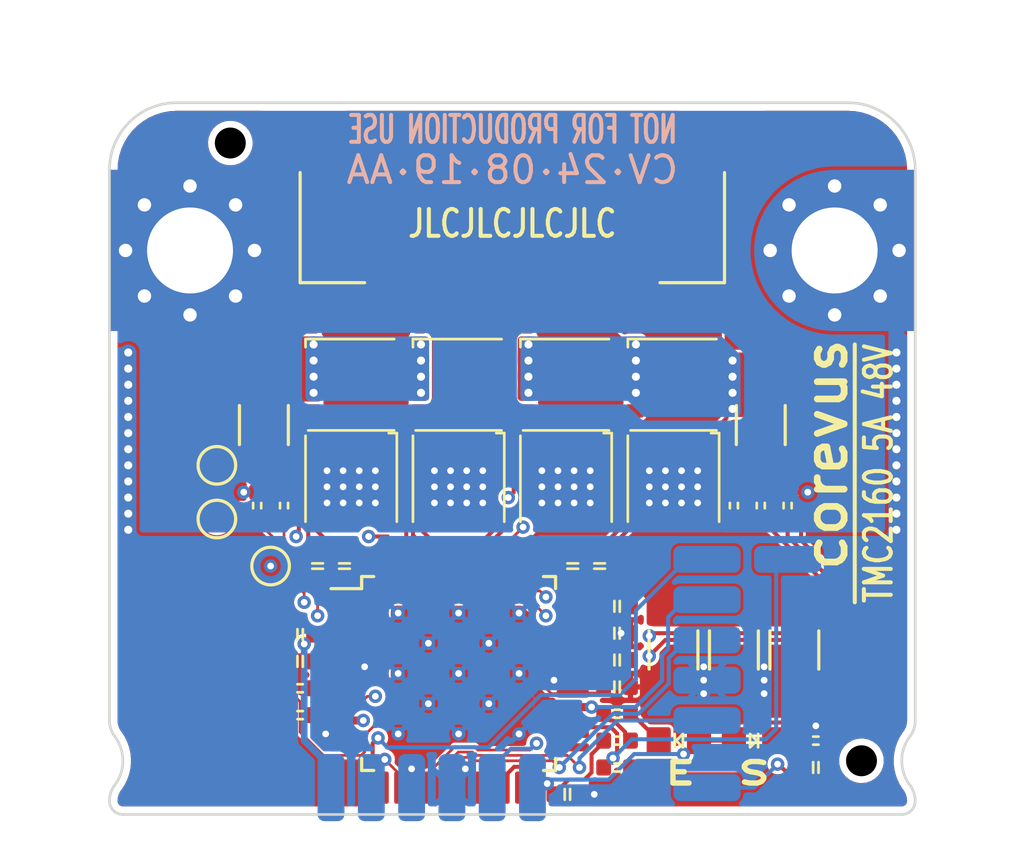
<source format=kicad_pcb>
(kicad_pcb (version 20221018) (generator pcbnew)
  (layers (0 "F.Cu" signal) (1 "In1.Cu" power) (2 "In2.Cu" power) (31 "B.Cu" signal) (34 "B.Paste" user) (35 "F.Paste" user) (36 "B.SilkS" user "B.Silkscreen") (37 "F.SilkS" user "F.Silkscreen") (38 "B.Mask" user) (39 "F.Mask" user) (44 "Edge.Cuts" user))
  (net 0 "")
  (net 1 "Net-(U1-VCP)")
  (net 2 "Net-(U1-CPO)")
  (net 3 "Net-(U1-CPI)")
  (net 4 "GND")
  (net 5 "/Clk")
  (net 6 "/Step")
  (net 7 "/Dir")
  (net 8 "Net-(U1-5VOUT)")
  (net 9 "+12V")
  (net 10 "/Diag0")
  (net 11 "/Diag1")
  (net 12 "/~{En}")
  (net 13 "+48V")
  (net 14 "Net-(U1-CB1)")
  (net 15 "Net-(U1-CB2)")
  (net 16 "/~{CS}")
  (net 17 "/SCK")
  (net 18 "/SDI")
  (net 19 "/SDO")
  (net 20 "VCC")
  (net 21 "Net-(U1-CA1)")
  (net 22 "Net-(D1-K)")
  (net 23 "Net-(U1-CA2)")
  (net 27 "/B1")
  (net 28 "/B2")
  (net 29 "/A1")
  (net 30 "/A2")
  (net 31 "/HB1")
  (net 32 "Net-(Q2-S-Pad1)")
  (net 33 "/LB1")
  (net 34 "/HB2")
  (net 35 "/LB2")
  (net 36 "/HA1")
  (net 37 "Net-(Q6-S-Pad1)")
  (net 38 "/LA1")
  (net 39 "/HA2")
  (net 40 "/LA2")
  (net 41 "/SRBH")
  (net 42 "/SRBL")
  (net 43 "/SRAH")
  (net 44 "/SRAL")
  (net 45 "Net-(D2-K)")
  (net 46 "/THERM")
  (net 47 "Net-(U1-VCC)")
  (footprint "AlphaLib:0402C" (layer "F.Cu") (at 138.9 74.25)
    (fp_text reference "C7" hide)
    (fp_text value "100nF 100V")
  )
  (footprint "corevus:ToolingHole" (layer "F.Cu") (at 148 79)
    (fp_text reference "H3" hide)
    (fp_text value "MountingHole")
  )
  (footprint "Capacitor_SMD:C_1206_3216Metric" (layer "F.Cu") (at 145.5 74.875 -90)
    (fp_text reference "C15" hide)
    (fp_text value "1μF 100V")
  )
  (footprint "corevus:MOSFET_DFN8" (layer "F.Cu") (at 141 65 -90)
    (fp_text reference "Q8" hide)
    (fp_text value "30N06")
  )
  (footprint "corevus:MOSFET_DFN8" (layer "F.Cu") (at 133 65 -90)
    (fp_text reference "Q4" hide)
    (fp_text value "30N06")
  )
  (footprint "corevus:XKB_X3025WRS-04D" (layer "F.Cu") (at 135 55.8)
    (fp_text reference "M1" hide)
    (fp_text value "Micro-Fit 3.0")
  )
  (footprint "corevus:MountingHole_M3_Driver" (layer "F.Cu") (at 147 60 -90)
    (fp_text reference "H2" hide)
    (fp_text value "Gnd")
  )
  (footprint "AlphaLib:0603LED" (layer "F.Cu") (at 141.2 78.25)
    (fp_text reference "D1" hide)
    (fp_text value "G")
  )
  (footprint "AlphaLib:0402R" (layer "F.Cu") (at 145.25 69.5 -90)
    (fp_text reference "R12" hide)
    (fp_text value "47Ω")
  )
  (footprint "AlphaLib:0402C" (layer "F.Cu") (at 138.9 76.25 180)
    (fp_text reference "C5" hide)
    (fp_text value "1µF")
  )
  (footprint "AlphaLib:0402R" (layer "F.Cu") (at 126.5 69.5 -90)
    (fp_text reference "R8" hide)
    (fp_text value "47Ω")
  )
  (footprint "AlphaLib:0402C" (layer "F.Cu") (at 127.75 71.75 90)
    (fp_text reference "C8" hide)
    (fp_text value "1μF")
  )
  (footprint "corevus:MOSFET_DFN8" (layer "F.Cu") (at 137 68.5 180)
    (fp_text reference "Q5" hide)
    (fp_text value "30N06")
  )
  (footprint "TestPoint:TestPoint_Pad_D1.0mm" (layer "F.Cu") (at 126 71.75)
    (fp_text reference "TP3" hide)
    (fp_text value "TestPoint")
  )
  (footprint "corevus:MOSFET_DFN8" (layer "F.Cu") (at 129 68.5 180)
    (fp_text reference "Q1" hide)
    (fp_text value "30N06")
  )
  (footprint "Capacitor_SMD:C_1206_3216Metric" (layer "F.Cu") (at 143.25 74.875 -90)
    (fp_text reference "C14" hide)
    (fp_text value "1μF 100V")
  )
  (footprint "AlphaLib:0402R" (layer "F.Cu") (at 125.5 69.5 -90)
    (fp_text reference "R9" hide)
    (fp_text value "47Ω")
  )
  (footprint "AlphaLib:0402C" (layer "F.Cu") (at 138.9 75.25)
    (fp_text reference "C2" hide)
    (fp_text value "22nF 100V")
  )
  (footprint "AlphaLib:0402R" (layer "F.Cu") (at 127.1 76.3 180)
    (fp_text reference "R4" hide)
    (fp_text value "2.2Ω")
  )
  (footprint "AlphaLib:0402R" (layer "F.Cu") (at 143.25 69.5 90)
    (fp_text reference "TH1" hide)
    (fp_text value "10kΩ 3950K")
  )
  (footprint "AlphaLib:0402C" (layer "F.Cu") (at 127.1 74.3 180)
    (fp_text reference "C6" hide)
    (fp_text value "1μF")
  )
  (footprint "AlphaLib:0402R" (layer "F.Cu") (at 127.1 77.3 180)
    (fp_text reference "R3" hide)
    (fp_text value "10kΩ")
  )
  (footprint "AlphaLib:0402C" (layer "F.Cu") (at 127.1 75.3)
    (fp_text reference "C4" hide)
    (fp_text value "1μF")
  )
  (footprint "corevus:MountingHole_M3_Driver" (layer "F.Cu") (at 123 60 90)
    (fp_text reference "H1" hide)
    (fp_text value "VM")
  )
  (footprint "AlphaLib:0402C" (layer "F.Cu") (at 138.25 71.75 90)
    (fp_text reference "C11" hide)
    (fp_text value "1μF")
  )
  (footprint "corevus:MOSFET_DFN8" (layer "F.Cu") (at 129 65 -90)
    (fp_text reference "Q2" hide)
    (fp_text value "30N06")
  )
  (footprint "AlphaLib:0603LED" (layer "F.Cu") (at 144 78.25 180)
    (fp_text reference "D2" hide)
    (fp_text value "Y")
  )
  (footprint "AlphaLib:0402R" (layer "F.Cu") (at 138.9 79.25 180)
    (fp_text reference "R16" hide)
    (fp_text value "4.7kΩ")
  )
  (footprint "corevus:TMCx160" (layer "F.Cu") (at 133 75.75)
    (fp_text reference "U1" hide)
    (fp_text value "TMC2160")
  )
  (footprint "AlphaLib:0402R" (layer "F.Cu") (at 146.3 78.25 180)
    (fp_text reference "R20" hide)
    (fp_text value "4.7kΩ")
  )
  (footprint "TestPoint:TestPoint_Pad_D1.0mm" (layer "F.Cu") (at 124 70)
    (fp_text reference "TP4" hide)
    (fp_text value "TestPoint")
  )
  (footprint "corevus:ToolingHole" (layer "F.Cu") (at 124.5 56)
    (fp_text reference "H4" hide)
    (fp_text value "MountingHole")
  )
  (footprint "AlphaLib:0402C" (layer "F.Cu") (at 128.75 71.75 90)
    (fp_text reference "C9" hide)
    (fp_text value "1μF")
  )
  (footprint "corevus:MOSFET_DFN8" (layer "F.Cu") (at 133 68.5 180)
    (fp_text reference "Q3" hide)
    (fp_text value "30N06")
  )
  (footprint "AlphaLib:0402R" (layer "F.Cu") (at 144.25 69.5 -90)
    (fp_text reference "R11" hide)
    (fp_text value "47Ω")
  )
  (footprint "corevus:MOSFET_DFN8" (layer "F.Cu") (at 141 68.5 180)
    (fp_text reference "Q7" hide)
    (fp_text value "30N06")
  )
  (footprint "AlphaLib:0402C" (layer "F.Cu") (at 146.3 79.25 180)
    (fp_text reference "C13" hide)
    (fp_text value "1μF")
  )
  (footprint "Capacitor_SMD:C_1206_3216Metric" (layer "F.Cu") (at 141 74.875 -90)
    (fp_text reference "C12" hide)
    (fp_text value "1μF 100V")
  )
  (footprint "Resistor_SMD:R_1206_3216Metric" (layer "F.Cu") (at 144.25 66.5 -90)
    (fp_text reference "R13" hide)
    (fp_text value "30mΩ")
  )
  (footprint "corevus:MOSFET_DFN8" (layer "F.Cu") (at 137 65 -90)
    (fp_text reference "Q6" hide)
    (fp_text value "30N06")
  )
  (footprint "AlphaLib:0402C" (layer "F.Cu") (at 137.05 80.25 180)
    (fp_text reference "C3" hide)
    (fp_text value "1µF")
  )
  (footprint "AlphaLib:0402R" (layer "F.Cu") (at 138.9 77.25 180)
    (fp_text reference "R1" hide)
    (fp_text value "4.7kΩ")
  )
  (footprint "AlphaLib:0402C" (layer "F.Cu") (at 137.25 71.75 90)
    (fp_text reference "C10" hide)
    (fp_text value "1μF")
  )
  (footprint "AlphaLib:0402R" (layer "F.Cu") (at 138.9 78.25)
    (fp_text reference "R2" hide)
    (fp_text value "10kΩ")
  )
  (footprint "Resistor_SMD:R_1206_3216Metric" (layer "F.Cu") (at 125.75 66.5 -90)
    (fp_text reference "R10" hide)
    (fp_text value "30mΩ")
  )
  (footprint "AlphaLib:0402C" (layer "F.Cu") (at 138.9 73.25)
    (fp_text reference "C1" hide)
    (fp_text value "100nF 16V")
  )
  (footprint "TestPoint:TestPoint_Pad_D1.0mm" (layer "F.Cu") (at 124 68)
    (fp_text reference "TP2" hide)
    (fp_text value "TestPoint")
  )
  (footprint "corevus:LGA_Land_2.5mm" (layer "B.Cu") (at 145.25 71.5 -90)
    (fp_text reference "T17" hide)
    (fp_text value "DIAG")
  )
  (footprint "corevus:LGA_Land_2.5mm" (layer "B.Cu") (at 135.75 80)
    (fp_text reference "T8" hide)
    (fp_text value "VCC")
  )
  (footprint "corevus:LGA_Land_2.5mm" (layer "B.Cu") (at 142.25 71.5 90)
    (fp_text reference "T10" hide)
    (fp_text value "CS0")
  )
  (footprint "corevus:LGA_Land_2.5mm" (layer "B.Cu") (at 134.25 80)
    (fp_text reference "T7" hide)
    (fp_text value "SDO")
  )
  (footprint "corevus:LGA_Land_2.5mm" (layer "B.Cu") (at 142.25 73 90)
    (fp_text reference "T14" hide)
    (fp_text value "EN")
  )
  (footprint "corevus:LGA_Land_2.5mm" (layer "B.Cu") (at 131.25 80)
    (fp_text reference "T6" hide)
    (fp_text value "SDI")
  )
  (footprint "corevus:LGA_Land_2.5mm" (layer "B.Cu") (at 142.25 74.5 90)
    (fp_text reference "T13" hide)
    (fp_text value "DIR")
  )
  (footprint "corevus:LGA_Land_2.5mm" (layer "B.Cu") (at 128.25 80)
    (fp_text reference "T3" hide)
    (fp_text value "12V")
  )
  (footprint "corevus:LGA_Land_2.5mm" (layer "B.Cu") (at 142.25 77.5 90)
    (fp_text reference "T11" hide)
    (fp_text value "STEP")
  )
  (footprint "corevus:LGA_Land_2.5mm" (layer "B.Cu") (at 129.75 80)
    (fp_text reference "T4" hide)
    (fp_text value "SCK")
  )
  (footprint "corevus:LGA_Land_2.5mm" (layer "B.Cu") (at 132.75 80)
    (fp_text reference "T5" hide)
    (fp_text value "GND")
  )
  (footprint "corevus:LGA_Land_2.5mm" (layer "B.Cu") (at 142.25 76 90)
    (fp_text reference "T12" hide)
    (fp_text value "GND")
  )
  (footprint "corevus:LGA_Land_2.5mm" (layer "B.Cu") (at 142.25 80 90)
    (fp_text reference "T9" hide)
    (fp_text value "Therm")
  )
  (gr_line (start 147.75 73.1) (end 147.75 63.5) (stroke (width 0.15)) (layer "F.SilkS"))
  (gr_line (start 122.5 54.5) (end 147.5 54.5) (stroke (width 0.1)) (layer "Edge.Cuts"))
  (gr_arc (start 149.5 79) (mid 149.585427 78.499039) (end 149.83205 78.0547) (stroke (width 0.1)) (layer "Edge.Cuts"))
  (gr_arc (start 120 57) (mid 120.732233 55.232233) (end 122.5 54.5) (stroke (width 0.1)) (layer "Edge.Cuts"))
  (gr_line (start 120 77.5) (end 120 57) (stroke (width 0.1)) (layer "Edge.Cuts"))
  (gr_arc (start 120 80.5) (mid 120.042908 80.210216) (end 120.16795 79.9453) (stroke (width 0.1)) (layer "Edge.Cuts"))
  (gr_line (start 149.5 81) (end 120.5 81) (stroke (width 0.1)) (layer "Edge.Cuts"))
  (gr_line (start 150 57) (end 150 77.5) (stroke (width 0.1)) (layer "Edge.Cuts"))
  (gr_arc (start 150 77.5) (mid 149.957092 77.789784) (end 149.83205 78.0547) (stroke (width 0.1)) (layer "Edge.Cuts"))
  (gr_arc (start 120.16795 78.0547) (mid 120.414573 78.499039) (end 120.5 79) (stroke (width 0.1)) (layer "Edge.Cuts"))
  (gr_arc (start 120.16795 78.0547) (mid 120.042908 77.789784) (end 120 77.5) (stroke (width 0.1)) (layer "Edge.Cuts"))
  (gr_arc (start 120.5 81) (mid 120.146447 80.853553) (end 120 80.5) (stroke (width 0.1)) (layer "Edge.Cuts"))
  (gr_arc (start 147.5 54.5) (mid 149.267767 55.232233) (end 150 57) (stroke (width 0.1)) (layer "Edge.Cuts"))
  (gr_arc (start 120.5 79) (mid 120.414573 79.500961) (end 120.16795 79.9453) (stroke (width 0.1)) (layer "Edge.Cuts"))
  (gr_arc (start 149.83205 79.9453) (mid 149.957092 80.210216) (end 150 80.5) (stroke (width 0.1)) (layer "Edge.Cuts"))
  (gr_arc (start 150 80.5) (mid 149.853553 80.853553) (end 149.5 81) (stroke (width 0.1)) (layer "Edge.Cuts"))
  (gr_arc (start 149.83205 79.9453) (mid 149.585427 79.500961) (end 149.5 79) (stroke (width 0.1)) (layer "Edge.Cuts"))
  (gr_text "CV·24·08·19·AA" (at 135 57) (layer "B.SilkS") (effects (font (size 1 1)) (justify mirror)))
  (gr_text "NOT FOR PRODUCTION USE" (at 135 55.5) (layer "B.SilkS") (effects (font (size 1 0.6)) (justify mirror)))
  (gr_text "JLCJLCJLCJLC" (at 135 59) (layer "F.SilkS") (effects (font (size 1 0.75))))
  (gr_text "E" (at 141.25 79) (layer "F.SilkS") (effects (font (size 0.8 1.25) (thickness 0.2) bold) (justify top)))
  (gr_text "S" (at 144 79) (layer "F.SilkS") (effects (font (size 0.8 1.25) (thickness 0.2) bold) (justify top)))
  (gr_text "corevus" (at 147.55 63.15 90) (layer "F.SilkS") (effects (font (size 1.5 1.5) (thickness 0.25) bold) (justify right bottom)))
  (gr_text "TMC2160 5A 48V" (at 148.05 63.4 90) (layer "F.SilkS") (effects (font (size 1 0.75)) (justify right top)))
  (segment (start 138.4 73.305632) (end 138.4 73.25) (width 0.15) (layer "F.Cu") (net 1))
  (segment (start 137.25 74) (end 137.705632 74) (width 0.15) (layer "F.Cu") (net 1))
  (segment (start 137.705632 74) (end 138.4 73.305632) (width 0.15) (layer "F.Cu") (net 1))
  (segment (start 138.15 75.5) (end 138.4 75.25) (width 0.15) (layer "F.Cu") (net 2))
  (segment (start 137.25 75.5) (end 138.15 75.5) (width 0.15) (layer "F.Cu") (net 2))
  (segment (start 137.705632 75) (end 137.25 75) (width 0.15) (layer "F.Cu") (net 3))
  (segment (start 138.9 74.75) (end 137.955632 74.75) (width 0.15) (layer "F.Cu") (net 3))
  (segment (start 139.4 75.25) (end 138.9 74.75) (width 0.15) (layer "F.Cu") (net 3))
  (segment (start 137.955632 74.75) (end 137.705632 75) (width 0.15) (layer "F.Cu") (net 3))
  (segment (start 128.75 78) (end 128.05 78) (width 0.2) (layer "F.Cu") (net 4))
  (segment (start 126 68.2125) (end 126 69.025) (width 0.15) (layer "F.Cu") (net 4))
  (segment (start 137.55 80.25) (end 138.05 80.25) (width 0.15) (layer "F.Cu") (net 4))
  (segment (start 144.75 68.4625) (end 144.75 68.975) (width 0.15) (layer "F.Cu") (net 4))
  (segment (start 143.75 68.4625) (end 143.75 68.95) (width 0.15) (layer "F.Cu") (net 4))
  (segment (start 125.5 69) (end 125 69) (width 0.15) (layer "F.Cu") (net 4))
  (segment (start 137.25 76) (end 136.55 76) (width 0.15) (layer "F.Cu") (net 4))
  (segment (start 137.955632 75.75) (end 137.705632 76) (width 0.15) (layer "F.Cu") (net 4))
  (segment (start 144.25 67.9625) (end 143.75 68.4625) (width 0.15) (layer "F.Cu") (net 4))
  (segment (start 139.4 74.25) (end 139.05 74.25) (width 0.1) (layer "F.Cu") (net 4))
  (segment (start 137.705632 76) (end 137.25 76) (width 0.15) (layer "F.Cu") (net 4))
  (segment (start 125.5 68.2125) (end 125.75 67.9625) (width 0.15) (layer "F.Cu") (net 4))
  (segment (start 128.75 75.5) (end 129.5 75.5) (width 0.1) (layer "F.Cu") (net 4))
  (segment (start 138.4 75.75) (end 137.955632 75.75) (width 0.15) (layer "F.Cu") (net 4))
  (segment (start 139.4 76.25) (end 139.375 76.25) (width 0.15) (layer "F.Cu") (net 4))
  (segment (start 145.25 69) (end 146 69) (width 0.15) (layer "F.Cu") (net 4))
  (segment (start 144.25 67.9625) (end 144.75 68.4625) (width 0.15) (layer "F.Cu") (net 4))
  (segment (start 125.5 69) (end 125.5 68.2125) (width 0.15) (layer "F.Cu") (net 4))
  (segment (start 125.75 67.9625) (end 126 68.2125) (width 0.15) (layer "F.Cu") (net 4))
  (segment (start 133.25 80) (end 133.25 79.3) (width 0.15) (layer "F.Cu") (net 4))
  (via (at 149.3 68) (size 0.6) (drill 0.3) (layers "F.Cu" "B.Cu") (net 4))
  (via (at 139.05 74.25) (size 0.5) (drill 0.25) (layers "F.Cu" "B.Cu") (net 4))
  (via (at 138.05 80.25) (size 0.5) (drill 0.25) (layers "F.Cu" "B.Cu") (net 4))
  (via (at 136.55 76) (size 0.5) (drill 0.25) (layers "F.Cu" "B.Cu") (net 4))
  (via (at 129.5 75.5) (size 0.5) (drill 0.25) (layers "F.Cu" "B.Cu") (net 4))
  (via (at 149.3 63.8) (size 0.6) (drill 0.3) (layers "F.Cu" "B.Cu") (net 4))
  (via (at 120.7 68) (size 0.6) (drill 0.3) (layers "F.Cu" "B.Cu") (net 4))
  (via (at 120.7 63.8) (size 0.6) (drill 0.3) (layers "F.Cu" "B.Cu") (net 4))
  (via (at 120.7 65) (size 0.6) (drill 0.3) (layers "F.Cu" "B.Cu") (net 4))
  (via (at 120.7 66.2) (size 0.6) (drill 0.3) (layers "F.Cu" "B.Cu") (net 4))
  (via (at 149.3 69.2) (size 0.6) (drill 0.3) (layers "F.Cu" "B.Cu") (net 4))
  (via (at 149.3 66.2) (size 0.6) (drill 0.3) (layers "F.Cu" "B.Cu") (net 4))
  (via (at 149.3 65) (size 0.6) (drill 0.3) (layers "F.Cu" "B.Cu") (net 4))
  (via (at 128.05 78) (size 0.5) (drill 0.25) (layers "F.Cu" "B.Cu") (net 4))
  (via (at 144.375 75.5) (size 0.5) (drill 0.25) (layers "F.Cu" "B.Cu") (net 4))
  (via (at 142.125 75.5) (size 0.5) (drill 0.25) (layers "F.Cu" "B.Cu") (net 4))
  (via (at 120.7 64.4) (size 0.6) (drill 0.3) (layers "F.Cu" "B.Cu") (net 4))
  (via (at 133.25 79.3) (size 0.5) (drill 0.25) (layers "F.Cu" "B.Cu") (net 4))
  (via (at 142.125 76.5) (size 0.5) (drill 0.25) (layers "F.Cu" "B.Cu") (net 4))
  (via (at 120.7 65.6) (size 0.6) (drill 0.3) (layers "F.Cu" "B.Cu") (net 4))
  (via (at 120.7 69.2) (size 0.6) (drill 0.3) (layers "F.Cu" "B.Cu") (net 4))
  (via (at 149.3 64.4) (size 0.6) (drill 0.3) (layers "F.Cu" "B.Cu") (net 4))
  (via (at 144.375 76.5) (size 0.5) (drill 0.25) (layers "F.Cu" "B.Cu") (net 4))
  (via (at 125 69) (size 0.5) (drill 0.25) (layers "F.Cu" "B.Cu") (net 4))
  (via (at 149.3 70.4) (size 0.6) (drill 0.3) (layers "F.Cu" "B.Cu") (net 4))
  (via (at 149.3 66.8) (size 0.6) (drill 0.3) (layers "F.Cu" "B.Cu") (net 4))
  (via (at 120.7 66.8) (size 0.6) (drill 0.3) (layers "F.Cu" "B.Cu") (net 4))
  (via (at 120.7 67.4) (size 0.6) (drill 0.3) (layers "F.Cu" "B.Cu") (net 4))
  (via (at 149.3 65.6) (size 0.6) (drill 0.3) (layers "F.Cu" "B.Cu") (net 4))
  (via (at 149.3 67.4) (size 0.6) (drill 0.3) (layers "F.Cu" "B.Cu") (net 4))
  (via (at 149.3 69.8) (size 0.6) (drill 0.3) (layers "F.Cu" "B.Cu") (net 4))
  (via (at 144.375 76) (size 0.5) (drill 0.25) (layers "F.Cu" "B.Cu") (net 4))
  (via (at 120.7 70.4) (size 0.6) (drill 0.3) (layers "F.Cu" "B.Cu") (net 4))
  (via (at 120.7 68.6) (size 0.6) (drill 0.3) (layers "F.Cu" "B.Cu") (net 4))
  (via (at 142.125 76) (size 0.5) (drill 0.25) (layers "F.Cu" "B.Cu") (net 4))
  (via (at 146.3 77.7) (size 0.5) (drill 0.25) (layers "F.Cu" "B.Cu") (net 4))
  (via (at 149.3 68.6) (size 0.6) (drill 0.3) (layers "F.Cu" "B.Cu") (net 4))
  (via (at 120.7 69.8) (size 0.6) (drill 0.3) (layers "F.Cu" "B.Cu") (net 4))
  (via (at 146 69) (size 0.5) (drill 0.25) (layers "F.Cu" "B.Cu") (net 4))
  (segment (start 149.3 63.8) (end 149.3 70.4) (width 0.6) (layer "B.Cu") (net 4))
  (segment (start 149.3 63.8) (end 149.3 62.3) (width 0.6) (layer "B.Cu") (net 4))
  (segment (start 149.3 62.3) (end 148.697056 61.697056) (width 0.6) (layer "B.Cu") (net 4))
  (segment (start 120.7 63.8) (end 120.7 70.4) (width 0.6) (layer "B.Cu") (net 4))
  (segment (start 127.6 77.3) (end 127.6 78.151041) (width 0.1) (layer "F.Cu") (net 5))
  (segment (start 127.6 78.151041) (end 127.948959 78.5) (width 0.1) (layer "F.Cu") (net 5))
  (segment (start 127.948959 78.5) (end 128.75 78.5) (width 0.1) (layer "F.Cu") (net 5))
  (segment (start 132.991116 78.675) (end 132.25 79.416117) (width 0.1) (layer "F.Cu") (net 6))
  (segment (start 137.5 79.25) (end 137.05 78.8) (width 0.1) (layer "F.Cu") (net 6))
  (segment (start 133.633883 78.8) (end 133.508883 78.675) (width 0.1) (layer "F.Cu") (net 6))
  (segment (start 137.05 78.8) (end 133.633883 78.8) (width 0.1) (layer "F.Cu") (net 6))
  (segment (start 133.508883 78.675) (end 132.991116 78.675) (width 0.1) (layer "F.Cu") (net 6))
  (segment (start 132.25 79.416117) (end 132.25 80) (width 0.1) (layer "F.Cu") (net 6))
  (via (at 137.5 79.25) (size 0.5) (drill 0.25) (layers "F.Cu" "B.Cu") (net 6))
  (segment (start 138.903554 77.5) (end 142.25 77.5) (width 0.15) (layer "B.Cu") (net 6))
  (segment (start 137.5 79.25) (end 137.5 78.903554) (width 0.15) (layer "B.Cu") (net 6))
  (segment (start 137.5 78.903554) (end 138.903554 77.5) (width 0.15) (layer "B.Cu") (net 6))
  (segment (start 136.75 79.25) (end 136.5 79) (width 0.1) (layer "F.Cu") (net 7))
  (segment (start 133.426041 78.875) (end 133.073959 78.875) (width 0.1) (layer "F.Cu") (net 7))
  (segment (start 133.073959 78.875) (end 132.75 79.198959) (width 0.1) (layer "F.Cu") (net 7))
  (segment (start 132.75 79.198959) (end 132.75 80) (width 0.1) (layer "F.Cu") (net 7))
  (segment (start 136.5 79) (end 133.551041 79) (width 0.1) (layer "F.Cu") (net 7))
  (segment (start 133.551041 79) (end 133.426041 78.875) (width 0.1) (layer "F.Cu") (net 7))
  (via (at 136.75 79.25) (size 0.5) (drill 0.25) (layers "F.Cu" "B.Cu") (net 7))
  (segment (start 139.7 77.25) (end 140.825 76.125) (width 0.15) (layer "B.Cu") (net 7))
  (segment (start 141.5 74.5) (end 142.25 74.5) (width 0.15) (layer "B.Cu") (net 7))
  (segment (start 136.75 79.25) (end 138.75 77.25) (width 0.15) (layer "B.Cu") (net 7))
  (segment (start 140.825 75.175) (end 141.5 74.5) (width 0.15) (layer "B.Cu") (net 7))
  (segment (start 140.825 76.125) (end 140.825 75.175) (width 0.15) (layer "B.Cu") (net 7))
  (segment (start 138.75 77.25) (end 139.7 77.25) (width 0.15) (layer "B.Cu") (net 7))
  (segment (start 127.6 76.3) (end 127.6 75.3) (width 0.1) (layer "F.Cu") (net 8))
  (segment (start 128.75 75) (end 127.9 75) (width 0.1) (layer "F.Cu") (net 8))
  (segment (start 127.9 75) (end 127.6 75.3) (width 0.1) (layer "F.Cu") (net 8))
  (segment (start 127.8 74.5) (end 127.6 74.3) (width 0.2) (layer "F.Cu") (net 9))
  (segment (start 128.75 74.5) (end 127.8 74.5) (width 0.2) (layer "F.Cu") (net 9))
  (segment (start 127.6 74.3) (end 127.25 74.65) (width 0.2) (layer "F.Cu") (net 9))
  (segment (start 128.75 74) (end 128.75 74.5) (width 0.2) (layer "F.Cu") (net 9))
  (via (at 127.25 74.65) (size 0.5) (drill 0.25) (layers "F.Cu" "B.Cu") (net 9))
  (segment (start 127.25 78.25) (end 128.25 79.25) (width 0.25) (layer "B.Cu") (net 9))
  (segment (start 127.25 74.65) (end 127.25 78.25) (width 0.25) (layer "B.Cu") (net 9))
  (segment (start 128.25 79.25) (end 128.25 80) (width 0.25) (layer "B.Cu") (net 9))
  (segment (start 137.955632 77.75) (end 137.705632 77.5) (width 0.15) (layer "F.Cu") (net 11))
  (segment (start 138.75 78.9) (end 138.9 78.75) (width 0.15) (layer "F.Cu") (net 11))
  (segment (start 138.9 78.75) (end 138.9 77.98332) (width 0.15) (layer "F.Cu") (net 11))
  (segment (start 138.9 77.98332) (end 138.66668 77.75) (width 0.15) (layer "F.Cu") (net 11))
  (segment (start 138.4 79.25) (end 138.75 78.9) (width 0.15) (layer "F.Cu") (net 11))
  (segment (start 137.705632 77.5) (end 137.25 77.5) (width 0.15) (layer "F.Cu") (net 11))
  (segment (start 138.66668 77.75) (end 137.955632 77.75) (width 0.15) (layer "F.Cu") (net 11))
  (via (at 138.75 78.9) (size 0.5) (drill 0.25) (layers "F.Cu" "B.Cu") (net 11))
  (segment (start 139.45 78.2) (end 144.436397 78.2) (width 0.15) (layer "B.Cu") (net 11))
  (segment (start 144.436397 78.2) (end 144.825 77.811397) (width 0.15) (layer "B.Cu") (net 11))
  (segment (start 144.825 71.925) (end 145.25 71.5) (width 0.15) (layer "B.Cu") (net 11))
  (segment (start 138.75 78.9) (end 139.45 78.2) (width 0.15) (layer "B.Cu") (net 11))
  (segment (start 144.825 77.811397) (end 144.825 71.925) (width 0.15) (layer "B.Cu") (net 11))
  (segment (start 139.4 78.25) (end 139.2 78.05) (width 0.15) (layer "F.Cu") (net 12))
  (segment (start 138.65 77.5) (end 138.4 77.25) (width 0.15) (layer "F.Cu") (net 12))
  (segment (start 138.15 77) (end 138.4 77.25) (width 0.15) (layer "F.Cu") (net 12))
  (segment (start 137.95 77) (end 138.15 77) (width 0.15) (layer "F.Cu") (net 12))
  (segment (start 139.2 77.929766) (end 138.770234 77.5) (width 0.15) (layer "F.Cu") (net 12))
  (segment (start 137.95 77) (end 137.25 77) (width 0.15) (layer "F.Cu") (net 12))
  (segment (start 139.2 78.05) (end 139.2 77.929766) (width 0.15) (layer "F.Cu") (net 12))
  (segment (start 138.770234 77.5) (end 138.65 77.5) (width 0.15) (layer "F.Cu") (net 12))
  (via (at 137.95 77) (size 0.5) (drill 0.25) (layers "F.Cu" "B.Cu") (net 12))
  (segment (start 137.95 77) (end 139.586397 77) (width 0.15) (layer "B.Cu") (net 12))
  (segment (start 140.575 76.011397) (end 140.575 75.071446) (width 0.15) (layer "B.Cu") (net 12))
  (segment (start 140.8 73.65) (end 141.45 73) (width 0.15) (layer "B.Cu") (net 12))
  (segment (start 139.586397 77) (end 140.575 76.011397) (width 0.15) (layer "B.Cu") (net 12))
  (segment (start 140.575 75.071446) (end 140.8 74.846446) (width 0.15) (layer "B.Cu") (net 12))
  (segment (start 140.8 74.846446) (end 140.8 73.65) (width 0.15) (layer "B.Cu") (net 12))
  (segment (start 141.45 73) (end 142.25 73) (width 0.15) (layer "B.Cu") (net 12))
  (segment (start 138.15 74.5) (end 138.4 74.25) (width 0.15) (layer "F.Cu") (net 13))
  (segment (start 139.4 73.25) (end 138.4 74.25) (width 0.15) (layer "F.Cu") (net 13))
  (segment (start 137.25 74.5) (end 138.15 74.5) (width 0.15) (layer "F.Cu") (net 13))
  (via (at 140.1 68.8) (size 0.5) (drill 0.25) (layers "F.Cu" "B.Cu") (net 13))
  (via (at 133.9 68.2) (size 0.5) (drill 0.25) (layers "F.Cu" "B.Cu") (net 13))
  (via (at 129.3 69.4) (size 0.5) (drill 0.25) (layers "F.Cu" "B.Cu") (net 13))
  (via (at 137.9 68.8) (size 0.5) (drill 0.25) (layers "F.Cu" "B.Cu") (net 13))
  (via (at 129.3 68.2) (size 0.5) (drill 0.25) (layers "F.Cu" "B.Cu") (net 13))
  (via (at 137.9 69.4) (size 0.5) (drill 0.25) (layers "F.Cu" "B.Cu") (net 13))
  (via (at 132.1 69.4) (size 0.5) (drill 0.25) (layers "F.Cu" "B.Cu") (net 13))
  (via (at 128.7 68.8) (size 0.5) (drill 0.25) (layers "F.Cu" "B.Cu") (net 13))
  (via (at 128.1 68.8) (size 0.5) (drill 0.25) (layers "F.Cu" "B.Cu") (net 13))
  (via (at 128.7 68.2) (size 0.5) (drill 0.25) (layers "F.Cu" "B.Cu") (net 13))
  (via (at 137.9 68.2) (size 0.5) (drill 0.25) (layers "F.Cu" "B.Cu") (net 13))
  (via (at 137.3 68.8) (size 0.5) (drill 0.25) (layers "F.Cu" "B.Cu") (net 13))
  (via (at 136.7 68.2) (size 0.5) (drill 0.25) (layers "F.Cu" "B.Cu") (net 13))
  (via (at 141.3 68.8) (size 0.5) (drill 0.25) (layers "F.Cu" "B.Cu") (net 13))
  (via (at 129.3 68.8) (size 0.5) (drill 0.25) (layers "F.Cu" "B.Cu") (net 13))
  (via (at 136.1 68.2) (size 0.5) (drill 0.25) (layers "F.Cu" "B.Cu") (net 13))
  (via (at 133.3 68.8) (size 0.5) (drill 0.25) (layers "F.Cu" "B.Cu") (net 13))
  (via (at 129.9 69.4) (size 0.5) (drill 0.25) (layers "F.Cu" "B.Cu") (net 13))
  (via (at 129.9 68.2) (size 0.5) (drill 0.25) (layers "F.Cu" "B.Cu") (net 13))
  (via (at 128.7 69.4) (size 0.5) (drill 0.25) (layers "F.Cu" "B.Cu") (net 13))
  (via (at 137.3 68.2) (size 0.5) (drill 0.25) (layers "F.Cu" "B.Cu") (net 13))
  (via (at 141.3 68.2) (size 0.5) (drill 0.25) (layers "F.Cu" "B.Cu") (net 13))
  (via (at 133.3 69.4) (size 0.5) (drill 0.25) (layers "F.Cu" "B.Cu") (net 13))
  (via (at 141.9 68.2) (size 0.5) (drill 0.25) (layers "F.Cu" "B.Cu") (net 13))
  (via (at 136.1 68.8) (size 0.5) (drill 0.25) (layers "F.Cu" "B.Cu") (net 13))
  (via (at 132.7 69.4) (size 0.5) (drill 0.25) (layers "F.Cu" "B.Cu") (net 13))
  (via (at 132.7 68.2) (size 0.5) (drill 0.25) (layers "F.Cu" "B.Cu") (net 13))
  (via (at 140.7 69.4) (size 0.5) (drill 0.25) (layers "F.Cu" "B.Cu") (net 13))
  (via (at 129.9 68.8) (size 0.5) (drill 0.25) (layers "F.Cu" "B.Cu") (net 13))
  (via (at 136.1 69.4) (size 0.5) (drill 0.25) (layers "F.Cu" "B.Cu") (net 13))
  (via (at 133.9 69.4) (size 0.5) (drill 0.25) (layers "F.Cu" "B.Cu") (net 13))
  (via (at 128.1 69.4) (size 0.5) (drill 0.25) (layers "F.Cu" "B.Cu") (net 13))
  (via (at 140.1 68.2) (size 0.5) (drill 0.25) (layers "F.Cu" "B.Cu") (net 13))
  (via (at 137.3 69.4) (size 0.5) (drill 0.25) (layers "F.Cu" "B.Cu") (net 13))
  (via (at 140.1 69.4) (size 0.5) (drill 0.25) (layers "F.Cu" "B.Cu") (net 13))
  (via (at 132.7 68.8) (size 0.5) (drill 0.25) (layers "F.Cu" "B.Cu") (net 13))
  (via (at 132.1 68.8) (size 0.5) (drill 0.25) (layers "F.Cu" "B.Cu") (net 13))
  (via (at 141.9 68.8) (size 0.5) (drill 0.25) (layers "F.Cu" "B.Cu") (net 13))
  (via (at 133.3 68.2) (size 0.5) (drill 0.25) (layers "F.Cu" "B.Cu") (net 13))
  (via (at 132.1 68.2) (size 0.5) (drill 0.25) (layers "F.Cu" "B.Cu") (net 13))
  (via (at 136.7 69.4) (size 0.5) (drill 0.25) (layers "F.Cu" "B.Cu") (net 13))
  (via (at 140.7 68.8) (size 0.5) (drill 0.25) (layers "F.Cu" "B.Cu") (net 13))
  (via (at 140.7 68.2) (size 0.5) (drill 0.25) (layers "F.Cu" "B.Cu") (net 13))
  (via (at 141.9 69.4) (size 0.5) (drill 0.25) (layers "F.Cu" "B.Cu") (net 13))
  (via (at 141.3 69.4) (size 0.5) (drill 0.25) (layers "F.Cu" "B.Cu") (net 13))
  (via (at 136.7 68.8) (size 0.5) (drill 0.25) (layers "F.Cu" "B.Cu") (net 13))
  (via (at 128.1 68.2) (size 0.5) (drill 0.25) (layers "F.Cu" "B.Cu") (net 13))
  (via (at 133.9 68.8) (size 0.5) (drill 0.25) (layers "F.Cu" "B.Cu") (net 13))
  (segment (start 127.975 73.178554) (end 127.975 72.475) (width 0.15) (layer "F.Cu") (net 14))
  (segment (start 128.75 73.5) (end 128.296446 73.5) (width 0.15) (layer "F.Cu") (net 14))
  (segment (start 127.975 72.475) (end 127.75 72.25) (width 0.15) (layer "F.Cu") (net 14))
  (segment (start 128.296446 73.5) (end 127.975 73.178554) (width 0.15) (layer "F.Cu") (net 14))
  (segment (start 132.75 71.95) (end 132.25 72.45) (width 0.1) (layer "F.Cu") (net 15))
  (segment (start 132.75 71.5) (end 132.75 71.95) (width 0.1) (layer "F.Cu") (net 15))
  (segment (start 128.95 72.45) (end 128.75 72.25) (width 0.1) (layer "F.Cu") (net 15))
  (segment (start 132.25 72.45) (end 128.95 72.45) (width 0.1) (layer "F.Cu") (net 15))
  (segment (start 129.8 78.35) (end 129.8 79.136397) (width 0.15) (layer "F.Cu") (net 16))
  (segment (start 130 78.15) (end 129.8 78.35) (width 0.15) (layer "F.Cu") (net 16))
  (segment (start 129.8 79.136397) (end 130.163603 79.5) (width 0.15) (layer "F.Cu") (net 16))
  (segment (start 130.163603 79.5) (end 130.25 79.5) (width 0.15) (layer "F.Cu") (net 16))
  (via (at 130 78.15) (size 0.5) (drill 0.25) (layers "F.Cu" "B.Cu") (net 16))
  (segment (start 139.6 75.95) (end 139.6 73.4) (width 0.15) (layer "B.Cu") (net 16))
  (segment (start 136.063604 76.55) (end 139 76.55) (width 0.15) (layer "B.Cu") (net 16))
  (segment (start 139.6 73.4) (end 141.5 71.5) (width 0.15) (layer "B.Cu") (net 16))
  (segment (start 139 76.55) (end 139.6 75.95) (width 0.15) (layer "B.Cu") (net 16))
  (segment (start 141.5 71.5) (end 142.25 71.5) (width 0.15) (layer "B.Cu") (net 16))
  (segment (start 130 78.15) (end 130.35 78.5) (width 0.15) (layer "B.Cu") (net 16))
  (segment (start 130.35 78.5) (end 134.113604 78.5) (width 0.15) (layer "B.Cu") (net 16))
  (segment (start 134.113604 78.5) (end 136.063604 76.55) (width 0.15) (layer "B.Cu") (net 16))
  (segment (start 130.25 78.95) (end 130.75 79.45) (width 0.1) (layer "F.Cu") (net 17))
  (segment (start 130.75 79.45) (end 130.75 80) (width 0.1) (layer "F.Cu") (net 17))
  (via (at 130.25 78.95) (size 0.5) (drill 0.25) (layers "F.Cu" "B.Cu") (net 17))
  (segment (start 131.25 80) (end 131.25 79.3) (width 0.15) (layer "F.Cu") (net 18))
  (via (at 131.25 79.3) (size 0.5) (drill 0.25) (layers "F.Cu" "B.Cu") (net 18))
  (segment (start 132.854722 78.475) (end 131.75 79.579722) (width 0.1) (layer "F.Cu") (net 19))
  (segment (start 135.9 78.35) (end 135.65 78.6) (width 0.1) (layer "F.Cu") (net 19))
  (segment (start 133.716725 78.6) (end 133.591725 78.475) (width 0.1) (layer "F.Cu") (net 19))
  (segment (start 131.75 79.579722) (end 131.75 80) (width 0.1) (layer "F.Cu") (net 19))
  (segment (start 135.65 78.6) (end 133.716725 78.6) (width 0.1) (layer "F.Cu") (net 19))
  (segment (start 133.591725 78.475) (end 132.854722 78.475) (width 0.1) (layer "F.Cu") (net 19))
  (via (at 135.9 78.35) (size 0.5) (drill 0.25) (layers "F.Cu" "B.Cu") (net 19))
  (segment (start 134.95 78.55) (end 134.25 79.25) (width 0.15) (layer "B.Cu") (net 19))
  (segment (start 135.7 78.55) (end 134.95 78.55) (width 0.15) (layer "B.Cu") (net 19))
  (segment (start 134.25 79.25) (end 134.25 80) (width 0.15) (layer "B.Cu") (net 19))
  (segment (start 135.9 78.35) (end 135.7 78.55) (width 0.15) (layer "B.Cu") (net 19))
  (segment (start 143.25 78.25) (end 143.925 77.575) (width 0.15) (layer "F.Cu") (net 20))
  (segment (start 134.75 80) (end 134.25 80) (width 0.1) (layer "F.Cu") (net 20))
  (segment (start 137.95 78.755632) (end 137.95 79.436397) (width 0.15) (layer "F.Cu") (net 20))
  (segment (start 141.875 78.25) (end 141.375 78.75) (width 0.15) (layer "F.Cu") (net 20))
  (segment (start 134.25 80) (end 133.75 80) (width 0.1) (layer "F.Cu") (net 20))
  (segment (start 135.930632 79.225) (end 135.069368 79.225) (width 0.15) (layer "F.Cu") (net 20))
  (segment (start 143.25 78.25) (end 141.95 78.25) (width 0.15) (layer "F.Cu") (net 20))
  (segment (start 137.1 79.7) (end 136.55 80.25) (width 0.15) (layer "F.Cu") (net 20))
  (segment (start 145.21668 77.575) (end 145.8 78.15832) (width 0.15) (layer "F.Cu") (net 20))
  (segment (start 137.95 79.436397) (end 137.686397 79.7) (width 0.15) (layer "F.Cu") (net 20))
  (segment (start 136.3 79.85) (end 136.55 80.1) (width 0.15) (layer "F.Cu") (net 20))
  (segment (start 136.075 79.369368) (end 135.930632 79.225) (width 0.15) (layer "F.Cu") (net 20))
  (segment (start 136.075 79.625) (end 136.075 79.369368) (width 0.15) (layer "F.Cu") (net 20))
  (segment (start 141.95 78.25) (end 141.875 78.25) (width 0.15) (layer "F.Cu") (net 20))
  (segment (start 138.4 78.25) (end 138.4 78.305632) (width 0.15) (layer "F.Cu") (net 20))
  (segment (start 138.4 78.305632) (end 137.95 78.755632) (width 0.15) (layer "F.Cu") (net 20))
  (segment (start 134.75 79.544368) (end 134.75 80) (width 0.15) (layer "F.Cu") (net 20))
  (segment (start 137.686397 79.7) (end 137.1 79.7) (width 0.15) (layer "F.Cu") (net 20))
  (segment (start 143.925 77.575) (end 145.21668 77.575) (width 0.15) (layer "F.Cu") (net 20))
  (segment (start 145.8 78.15832) (end 145.8 78.25) (width 0.15) (layer "F.Cu") (net 20))
  (segment (start 136.55 80.1) (end 136.55 80.25) (width 0.15) (layer "F.Cu") (net 20))
  (segment (start 135.069368 79.225) (end 134.75 79.544368) (width 0.15) (layer "F.Cu") (net 20))
  (segment (start 136.3 79.85) (end 136.075 79.625) (width 0.15) (layer "F.Cu") (net 20))
  (via (at 136.3 79.85) (size 0.5) (drill 0.25) (layers "F.Cu" "B.Cu") (net 20))
  (via (at 141.375 78.75) (size 0.5) (drill 0.25) (layers "F.Cu" "B.Cu") (net 20))
  (segment (start 138.586397 79.7) (end 139.536397 78.75) (width 0.15) (layer "B.Cu") (net 20))
  (segment (start 136.3 79.85) (end 136.45 79.7) (width 0.15) (layer "B.Cu") (net 20))
  (segment (start 135.9 79.85) (end 135.75 80) (width 0.15) (layer "B.Cu") (net 20))
  (segment (start 141.375 78.75) (end 141.3 78.75) (width 0.15) (layer "B.Cu") (net 20))
  (segment (start 139.536397 78.75) (end 141.375 78.75) (width 0.15) (layer "B.Cu") (net 20))
  (segment (start 136.45 79.7) (end 138.586397 79.7) (width 0.15) (layer "B.Cu") (net 20))
  (segment (start 136.3 79.85) (end 135.9 79.85) (width 0.15) (layer "B.Cu") (net 20))
  (segment (start 133.75 72.45) (end 137.05 72.45) (width 0.1) (layer "F.Cu") (net 21))
  (segment (start 137.05 72.45) (end 137.25 72.25) (width 0.1) (layer "F.Cu") (net 21))
  (segment (start 133.25 71.95) (end 133.75 72.45) (width 0.1) (layer "F.Cu") (net 21))
  (segment (start 133.25 71.5) (end 133.25 71.95) (width 0.1) (layer "F.Cu") (net 21))
  (segment (start 140.45 78.25) (end 139.45 77.25) (width 0.15) (layer "F.Cu") (net 22))
  (segment (start 139.45 77.25) (end 139.4 77.25) (width 0.15) (layer "F.Cu") (net 22))
  (segment (start 137.95 72.93332) (end 138.25 72.63332) (width 0.15) (layer "F.Cu") (net 23))
  (segment (start 138.25 72.63332) (end 138.25 72.25) (width 0.15) (layer "F.Cu") (net 23))
  (segment (start 137.95 73.25) (end 137.95 72.93332) (width 0.15) (layer "F.Cu") (net 23))
  (segment (start 137.25 73.5) (end 137.7 73.5) (width 0.15) (layer "F.Cu") (net 23))
  (segment (start 137.7 73.5) (end 137.95 73.25) (width 0.15) (layer "F.Cu") (net 23))
  (segment (start 128.08609 70.8) (end 128.2 70.8) (width 0.15) (layer "F.Cu") (net 27))
  (segment (start 129.06391 70.8) (end 129.36391 71.1) (width 0.15) (layer "F.Cu") (net 27))
  (segment (start 128.2 70.8) (end 129.06391 70.8) (width 0.15) (layer "F.Cu") (net 27))
  (segment (start 128.675 67.05) (end 128.675 67.18891) (width 0.15) (layer "F.Cu") (net 27))
  (segment (start 127.75 71.2) (end 128.15 70.8) (width 0.15) (layer "F.Cu") (net 27))
  (segment (start 127.55 70.26391) (end 128.08609 70.8) (width 0.15) (layer "F.Cu") (net 27))
  (segment (start 127.55 67.864438) (end 127.55 70.26391) (width 0.15) (layer "F.Cu") (net 27))
  (segment (start 127.839438 67.575) (end 127.55 67.864438) (width 0.15) (layer "F.Cu") (net 27))
  (segment (start 128.675 67.18891) (end 128.28891 67.575) (width 0.15) (layer "F.Cu") (net 27))
  (segment (start 128.15 70.8) (end 128.2 70.8) (width 0.15) (layer "F.Cu") (net 27))
  (segment (start 128.28891 67.575) (end 127.839438 67.575) (width 0.15) (layer "F.Cu") (net 27))
  (segment (start 129.36391 71.1) (end 130.25 71.1) (width 0.15) (layer "F.Cu") (net 27))
  (segment (start 127.75 71.25) (end 127.75 71.2) (width 0.15) (layer "F.Cu") (net 27))
  (segment (start 131.428554 70.725) (end 131.75 71.046446) (width 0.15) (layer "F.Cu") (net 28))
  (segment (start 131.76109 66.525) (end 131.6 66.68609) (width 0.15) (layer "F.Cu") (net 28))
  (segment (start 131.6 67.196446) (end 131.3 67.496446) (width 0.15) (layer "F.Cu") (net 28))
  (segment (start 132.25 66.525) (end 131.76109 66.525) (width 0.15) (layer "F.Cu") (net 28))
  (segment (start 131.3 70.6) (end 131.425 70.725) (width 0.15) (layer "F.Cu") (net 28))
  (segment (start 131.75 71.95) (end 131.45 72.25) (width 0.1) (layer "F.Cu") (net 28))
  (segment (start 131.45 72.25) (end 129.75 72.25) (width 0.1) (layer "F.Cu") (net 28))
  (segment (start 131.3 67.496446) (end 131.3 70.6) (width 0.15) (layer "F.Cu") (net 28))
  (segment (start 129.75 72.25) (end 128.75 71.25) (width 0.1) (layer "F.Cu") (net 28))
  (segment (start 131.425 70.725) (end 131.428554 70.725) (width 0.15) (layer "F.Cu") (net 28))
  (segment (start 131.75 71.5) (end 131.75 71.95) (width 0.1) (layer "F.Cu") (net 28))
  (segment (start 131.75 71.046446) (end 131.75 71.5) (width 0.15) (layer "F.Cu") (net 28))
  (segment (start 131.6 66.68609) (end 131.6 67.196446) (width 0.15) (layer "F.Cu") (net 28))
  (segment (start 134.25 71.95) (end 134.55 72.25) (width 0.1) (layer "F.Cu") (net 29))
  (segment (start 134.55 72.25) (end 136.25 72.25) (width 0.1) (layer "F.Cu") (net 29))
  (segment (start 135.55 67.864438) (end 135.55 69.513604) (width 0.15) (layer "F.Cu") (net 29))
  (segment (start 136.28891 67.575) (end 135.839438 67.575) (width 0.15) (layer "F.Cu") (net 29))
  (segment (start 136.675 67.05) (end 136.675 67.18891) (width 0.15) (layer "F.Cu") (net 29))
  (segment (start 136.25 72.25) (end 137.25 71.25) (width 0.1) (layer "F.Cu") (net 29))
  (segment (start 136.675 67.18891) (end 136.28891 67.575) (width 0.15) (layer "F.Cu") (net 29))
  (segment (start 134.95 70.113603) (end 134.95 70.117464) (width 0.15) (layer "F.Cu") (net 29))
  (segment (start 135.839438 67.575) (end 135.55 67.864438) (width 0.15) (layer "F.Cu") (net 29))
  (segment (start 134.25 71.5) (end 134.25 71.95) (width 0.1) (layer "F.Cu") (net 29))
  (segment (start 135.55 69.513604) (end 134.95 70.113603) (width 0.15) (layer "F.Cu") (net 29))
  (segment (start 134.25 70.817464) (end 134.25 71.5) (width 0.15) (layer "F.Cu") (net 29))
  (segment (start 134.95 70.117464) (end 134.25 70.817464) (width 0.15) (layer "F.Cu") (net 29))
  (segment (start 139.6 67.121446) (end 139.6 66.4) (width 0.15) (layer "F.Cu") (net 30))
  (segment (start 136.028554 70.8) (end 137.8 70.8) (width 0.15) (layer "F.Cu") (net 30))
  (segment (start 139.2 67.521446) (end 139.6 67.121446) (width 0.15) (layer "F.Cu") (net 30))
  (segment (start 135.75 71.078554) (end 136.028554 70.8) (width 0.15) (layer "F.Cu") (net 30))
  (segment (start 138.25 71.25) (end 138.475 71.025) (width 0.15) (layer "F.Cu") (net 30))
  (segment (start 138.475 70.888298) (end 139.2 70.163296) (width 0.15) (layer "F.Cu") (net 30))
  (segment (start 137.8 70.8) (end 138.25 71.25) (width 0.15) (layer "F.Cu") (net 30))
  (segment (start 135.75 71.5) (end 135.75 71.078554) (width 0.15) (layer "F.Cu") (net 30))
  (segment (start 139.2 70.163296) (end 139.2 67.521446) (width 0.15) (layer "F.Cu") (net 30))
  (segment (start 138.475 71.025) (end 138.475 70.888298) (width 0.15) (layer "F.Cu") (net 30))
  (segment (start 127.275 71.53891) (end 127.275 70.961397) (width 0.15) (layer "F.Cu") (net 31))
  (segment (start 128.01391 71.75) (end 127.48609 71.75) (width 0.15) (layer "F.Cu") (net 31))
  (segment (start 127.4 70.467464) (end 127.3 70.367463) (width 0.15) (layer "F.Cu") (net 31))
  (segment (start 127.48609 71.75) (end 127.275 71.53891) (width 0.15) (layer "F.Cu") (net 31))
  (segment (start 127.3 70.367463) (end 127.3 67.760885) (width 0.15) (layer "F.Cu") (net 31))
  (segment (start 127.4 70.836397) (end 127.4 70.467464) (width 0.15) (layer "F.Cu") (net 31))
  (segment (start 128.25 73) (end 128.25 71.98609) (width 0.15) (layer "F.Cu") (net 31))
  (segment (start 128.25 71.98609) (end 128.01391 71.75) (width 0.15) (layer "F.Cu") (net 31))
  (segment (start 127.3 67.760885) (end 128.010884 67.05) (width 0.15) (layer "F.Cu") (net 31))
  (segment (start 128.010884 67.05) (end 128.025 67.05) (width 0.15) (layer "F.Cu") (net 31))
  (segment (start 127.275 70.961397) (end 127.4 70.836397) (width 0.15) (layer "F.Cu") (net 31))
  (segment (start 127.05 67.339132) (end 127.05 65.45) (width 0.1) (layer "F.Cu") (net 32))
  (segment (start 126.5 69) (end 126.825 68.675) (width 0.1) (layer "F.Cu") (net 32))
  (segment (start 126.825 68.675) (end 126.825 67.564132) (width 0.1) (layer "F.Cu") (net 32))
  (segment (start 126.825 67.564132) (end 127.05 67.339132) (width 0.1) (layer "F.Cu") (net 32))
  (segment (start 127.05 65.45) (end 127.1 65.4) (width 0.1) (layer "F.Cu") (net 32))
  (via (at 127.6005 64.1) (size 0.6) (drill 0.3) (layers "F.Cu" "B.Cu") (net 32))
  (via (at 127.6 64.7) (size 0.6) (drill 0.3) (layers "F.Cu" "B.Cu") (net 32))
  (via (at 131.6005 64.1) (size 0.6) (drill 0.3) (layers "F.Cu" "B.Cu") (net 32))
  (via (at 131.6 65.3) (size 0.6) (drill 0.3) (layers "F.Cu" "B.Cu") (net 32))
  (via (at 127.6 63.5) (size 0.6) (drill 0.3) (layers "F.Cu" "B.Cu") (net 32))
  (via (at 131.6 63.5) (size 0.6) (drill 0.3) (layers "F.Cu" "B.Cu") (net 32))
  (via (at 131.6 64.7) (size 0.6) (drill 0.3) (layers "F.Cu" "B.Cu") (net 32))
  (via (at 127.6 65.3) (size 0.6) (drill 0.3) (layers "F.Cu" "B.Cu") (net 32))
  (segment (start 127.05 70.55) (end 127.05 67.65733) (width 0.15) (layer "F.Cu") (net 33))
  (segment (start 126.95 70.65) (end 127.05 70.55) (width 0.15) (layer "F.Cu") (net 33))
  (segment (start 129.65 70.65) (end 130.353554 70.65) (width 0.15) (layer "F.Cu") (net 33))
  (segment (start 127.55 67.15733) (end 127.55 65.975) (width 0.15) (layer "F.Cu") (net 33))
  (segment (start 127.05 67.65733) (end 127.55 67.15733) (width 0.15) (layer "F.Cu") (net 33))
  (segment (start 130.353554 70.65) (end 130.75 71.046446) (width 0.15) (layer "F.Cu") (net 33))
  (segment (start 130.75 71.046446) (end 130.75 71.5) (width 0.15) (layer "F.Cu") (net 33))
  (via (at 126 71.75) (size 0.5) (drill 0.25) (layers "F.Cu" "B.Cu") (net 33))
  (via (at 129.65 70.65) (size 0.5) (drill 0.25) (layers "F.Cu" "B.Cu") (net 33))
  (via (at 126.95 70.65) (size 0.5) (drill 0.25) (layers "F.Cu" "B.Cu") (net 33))
  (segment (start 132.25 71.046446) (end 131.55 70.346446) (width 0.15) (layer "F.Cu") (net 34))
  (segment (start 132.25 71.5) (end 132.25 71.046446) (width 0.15) (layer "F.Cu") (net 34))
  (segment (start 131.55 70.346446) (end 131.55 67.6) (width 0.15) (layer "F.Cu") (net 34))
  (segment (start 131.55 67.6) (end 132 67.15) (width 0.15) (layer "F.Cu") (net 34))
  (segment (start 131.25 71.05) (end 131.05 70.85) (width 0.15) (layer "F.Cu") (net 35))
  (segment (start 131.35 67.092892) (end 131.35 66.175) (width 0.15) (layer "F.Cu") (net 35))
  (segment (start 131.35 66.175) (end 131.55 65.975) (width 0.15) (layer "F.Cu") (net 35))
  (segment (start 131.05 70.85) (end 131.05 67.392892) (width 0.15) (layer "F.Cu") (net 35))
  (segment (start 131.05 67.392892) (end 131.35 67.092892) (width 0.15) (layer "F.Cu") (net 35))
  (segment (start 131.25 71.5) (end 131.25 71.05) (width 0.15) (layer "F.Cu") (net 35))
  (segment (start 135.3 67.760884) (end 135.735885 67.325) (width 0.15) (layer "F.Cu") (net 36))
  (segment (start 133.75 70.96391) (end 134.7 70.01391) (width 0.15) (layer "F.Cu") (net 36))
  (segment (start 135.735885 67.325) (end 135.942992 67.325) (width 0.15) (layer "F.Cu") (net 36))
  (segment (start 133.75 71.5) (end 133.75 70.96391) (width 0.15) (layer "F.Cu") (net 36))
  (segment (start 135.3 69.41005) (end 135.3 67.760884) (width 0.15) (layer "F.Cu") (net 36))
  (segment (start 134.7 70.01391) (end 134.7 70.010049) (width 0.15) (layer "F.Cu") (net 36))
  (segment (start 134.7 70.010049) (end 135.3 69.41005) (width 0.15) (layer "F.Cu") (net 36))
  (segment (start 143.55 69.5) (end 142.9 69.5) (width 0.15) (layer "F.Cu") (net 37))
  (segment (start 142.975 66.24168) (end 142.975 65.9) (width 0.15) (layer "F.Cu") (net 37))
  (segment (start 144.05 69.2) (end 143.85 69.2) (width 0.15) (layer "F.Cu") (net 37))
  (segment (start 142.75 66.46668) (end 142.975 66.24168) (width 0.15) (layer "F.Cu") (net 37))
  (segment (start 143.2 65.978556) (end 143.2 65.9) (width 0.1) (layer "F.Cu") (net 37))
  (segment (start 142.9 69.5) (end 142.75 69.35) (width 0.15) (layer "F.Cu") (net 37))
  (segment (start 144.25 69) (end 144.05 69.2) (width 0.15) (layer "F.Cu") (net 37))
  (segment (start 143.85 69.2) (end 143.55 69.5) (width 0.15) (layer "F.Cu") (net 37))
  (segment (start 142.75 69.35) (end 142.75 66.46668) (width 0.15) (layer "F.Cu") (net 37))
  (via (at 135.6005 64.1) (size 0.6) (drill 0.3) (layers "F.Cu" "B.Cu") (net 37))
  (via (at 139.6 63.5) (size 0.6) (drill 0.3) (layers "F.Cu" "B.Cu") (net 37))
  (via (at 143.2 64.1) (size 0.6) (drill 0.3) (layers "F.Cu" "B.Cu") (net 37))
  (via (at 139.6 65.3) (size 0.6) (drill 0.3) (layers "F.Cu" "B.Cu") (net 37))
  (via (at 143.2 65.3) (size 0.6) (drill 0.3) (layers "F.Cu" "B.Cu") (net 37))
  (via (at 135.6 64.7) (size 0.6) (drill 0.3) (layers "F.Cu" "B.Cu") (net 37))
  (via (at 135.6 63.5) (size 0.6) (drill 0.3) (layers "F.Cu" "B.Cu") (net 37))
  (via (at 139.6005 64.1) (size 0.6) (drill 0.3) (layers "F.Cu" "B.Cu") (net 37))
  (via (at 143.2 64.7) (size 0.6) (drill 0.3) (layers "F.Cu" "B.Cu") (net 37))
  (via (at 143.2 65.9) (size 0.6) (drill 0.3) (layers "F.Cu" "B.Cu") (net 37))
  (via (at 139.6 64.7) (size 0.6) (drill 0.3) (layers "F.Cu" "B.Cu") (net 37))
  (via (at 135.6 65.3) (size 0.6) (drill 0.3) (layers "F.Cu" "B.Cu") (net 37))
  (segment (start 135.050001 67.65733) (end 135.55 67.157332) (width 0.15) (layer "F.Cu") (net 38))
  (segment (start 135.4 70.3) (end 134.75 70.95) (width 0.1) (layer "F.Cu") (net 38))
  (segment (start 134.75 70.95) (end 134.75 71.5) (width 0.1) (layer "F.Cu") (net 38))
  (segment (start 134.85 69.2) (end 135.050001 68.999999) (width 0.15) (layer "F.Cu") (net 38))
  (segment (start 135.55 67.157332) (end 135.55 65.975) (width 0.15) (layer "F.Cu") (net 38))
  (segment (start 135.050001 68.999999) (end 135.050001 67.65733) (width 0.15) (layer "F.Cu") (net 38))
  (via (at 135.4 70.3) (size 0.5) (drill 0.25) (layers "F.Cu" "B.Cu") (net 38))
  (via (at 134.85 69.2) (size 0.5) (drill 0.25) (layers "F.Cu" "B.Cu") (net 38))
  (segment (start 137.529766 73) (end 137.75 72.779766) (width 0.15) (layer "F.Cu") (net 39))
  (segment (start 138.51668 71.75) (end 138.75 71.51668) (width 0.15) (layer "F.Cu") (net 39))
  (segment (start 137.2 73) (end 137.529766 73) (width 0.15) (layer "F.Cu") (net 39))
  (segment (start 137.98332 71.75) (end 138.51668 71.75) (width 0.15) (layer "F.Cu") (net 39))
  (segment (start 139.45 70.26685) (end 139.45 67.625) (width 0.15) (layer "F.Cu") (net 39))
  (segment (start 137.75 72.779766) (end 137.75 71.98332) (width 0.15) (layer "F.Cu") (net 39))
  (segment (start 139.45 67.625) (end 140.025 67.05) (width 0.15) (layer "F.Cu") (net 39))
  (segment (start 138.75 70.966851) (end 139.45 70.26685) (width 0.15) (layer "F.Cu") (net 39))
  (segment (start 138.75 71.51668) (end 138.75 70.966851) (width 0.15) (layer "F.Cu") (net 39))
  (segment (start 137.75 71.98332) (end 137.98332 71.75) (width 0.15) (layer "F.Cu") (net 39))
  (segment (start 135.569368 70.725) (end 135.75 70.725) (width 0.15) (layer "F.Cu") (net 40))
  (segment (start 135.925 70.55) (end 138.459744 70.55) (width 0.15) (layer "F.Cu") (net 40))
  (segment (start 135.425 70.869368) (end 135.569368 70.725) (width 0.15) (layer "F.Cu") (net 40))
  (segment (start 135.25 71.5) (end 135.25 71.046446) (width 0.15) (layer "F.Cu") (net 40))
  (segment (start 135.25 71.046446) (end 135.425 70.871446) (width 0.15) (layer "F.Cu") (net 40))
  (segment (start 138.95 67.417892) (end 139.35 67.017892) (width 0.15) (layer "F.Cu") (net 40))
  (segment (start 139.35 67.017892) (end 139.35 66.175) (width 0.15) (layer "F.Cu") (net 40))
  (segment (start 138.95 70.059743) (end 138.95 67.417892) (width 0.15) (layer "F.Cu") (net 40))
  (segment (start 139.35 66.175) (end 139.55 65.975) (width 0.15) (layer "F.Cu") (net 40))
  (segment (start 135.425 70.871446) (end 135.425 70.869368) (width 0.15) (layer "F.Cu") (net 40))
  (segment (start 138.459744 70.55) (end 138.95 70.059743) (width 0.15) (layer "F.Cu") (net 40))
  (segment (start 135.75 70.725) (end 135.925 70.55) (width 0.15) (layer "F.Cu") (net 40))
  (segment (start 127.05 72.278556) (end 127.05 71.35) (width 0.1) (layer "F.Cu") (net 41))
  (segment (start 127.75 72.978556) (end 127.05 72.278556) (width 0.1) (layer "F.Cu") (net 41))
  (segment (start 124.499999 69.500001) (end 124 70) (width 0.15) (layer "F.Cu") (net 41))
  (segment (start 126.5 70.8) (end 126.5 70) (width 0.1) (layer "F.Cu") (net 41))
  (segment (start 126 69.5) (end 124.499999 69.500001) (width 0.15) (layer "F.Cu") (net 41))
  (segment (start 127.05 71.35) (end 126.5 70.8) (width 0.1) (layer "F.Cu") (net 41))
  (segment (start 129.9 76.6) (end 129.6 76.6) (width 0.1) (layer "F.Cu") (net 41))
  (segment (start 127.75 73.6) (end 127.75 72.978556) (width 0.1) (layer "F.Cu") (net 41))
  (segment (start 126.5 70) (end 126 69.5) (width 0.15) (layer "F.Cu") (net 41))
  (segment (start 129.6 76.6) (end 129.2 77) (width 0.1) (layer "F.Cu") (net 41))
  (segment (start 129.2 77) (end 128.75 77) (width 0.1) (layer "F.Cu") (net 41))
  (via (at 127.75 73.6) (size 0.5) (drill 0.25) (layers "F.Cu" "B.Cu") (net 41))
  (via (at 129.9 76.6) (size 0.5) (drill 0.25) (layers "F.Cu" "B.Cu") (net 41))
  (segment (start 127.25 72.761399) (end 126.85 72.361398) (width 0.1) (layer "F.Cu") (net 42))
  (segment (start 127.25 73.1) (end 127.25 72.761399) (width 0.1) (layer "F.Cu") (net 42))
  (segment (start 129.45 77.5) (end 128.75 77.5) (width 0.1) (layer "F.Cu") (net 42))
  (segment (start 126.85 72.361398) (end 126.85 71.432842) (width 0.1) (layer "F.Cu") (net 42))
  (segment (start 125.75 70.332842) (end 125.75 70) (width 0.1) (layer "F.Cu") (net 42))
  (segment (start 126.85 71.432842) (end 125.75 70.332842) (width 0.1) (layer "F.Cu") (net 42))
  (via (at 129.45 77.5) (size 0.5) (drill 0.25) (layers "F.Cu" "B.Cu") (net 42))
  (via (at 127.25 73.1) (size 0.5) (drill 0.25) (layers "F.Cu" "B.Cu") (net 42))
  (segment (start 130.491116 72.875) (end 130.125 73.241117) (width 0.1) (layer "F.Cu") (net 43))
  (segment (start 146.65 73.832968) (end 146.65 72.4) (width 0.15) (layer "F.Cu") (net 43))
  (segment (start 136.25 73.6) (end 135.525 72.875) (width 0.1) (layer "F.Cu") (net 43))
  (segment (start 140.1 74.35) (end 140.2 74.25) (width 0.15) (layer "F.Cu") (net 43))
  (segment (start 146.232968 74.25) (end 146.65 73.832968) (width 0.15) (layer "F.Cu") (net 43))
  (segment (start 130.125 73.241117) (end 130.125 75.775) (width 0.1) (layer "F.Cu") (net 43))
  (segment (start 130.125 75.775) (end 129.4 76.5) (width 0.1) (layer "F.Cu") (net 43))
  (segment (start 135.525 72.875) (end 130.491116 72.875) (width 0.1) (layer "F.Cu") (net 43))
  (segment (start 146.65 72.4) (end 144.25 70) (width 0.15) (layer "F.Cu") (net 43))
  (segment (start 129.4 76.5) (end 128.75 76.5) (width 0.1) (layer "F.Cu") (net 43))
  (segment (start 140.2 74.25) (end 146.232968 74.25) (width 0.15) (layer "F.Cu") (net 43))
  (via (at 136.25 73.6) (size 0.5) (drill 0.25) (layers "F.Cu" "B.Cu") (net 43))
  (via (at 140.1 74.35) (size 0.5) (drill 0.25) (layers "F.Cu" "B.Cu") (net 43))
  (segment (start 136.025 72.675) (end 130.408273 72.675) (width 0.1) (layer "F.Cu") (net 44))
  (segment (start 140.7 74.5) (end 140.1 75.1) (width 0.15) (layer "F.Cu") (net 44))
  (segment (start 146.9 72.296447) (end 146.9 73.936522) (width 0.15) (layer "F.Cu") (net 44))
  (segment (start 130.408273 72.675) (end 129.925 73.158274) (width 0.1) (layer "F.Cu") (net 44))
  (segment (start 129.925 75.692158) (end 129.617158 76) (width 0.1) (layer "F.Cu") (net 44))
  (segment (start 145.25 70.646446) (end 146.9 72.296447) (width 0.15) (layer "F.Cu") (net 44))
  (segment (start 145.25 70) (end 145.25 70.646446) (width 0.15) (layer "F.Cu") (net 44))
  (segment (start 129.617158 76) (end 128.75 76) (width 0.1) (layer "F.Cu") (net 44))
  (segment (start 136.25 72.9) (end 136.025 72.675) (width 0.1) (layer "F.Cu") (net 44))
  (segment (start 146.9 73.936522) (end 146.336522 74.5) (width 0.15) (layer "F.Cu") (net 44))
  (segment (start 129.925 73.158274) (end 129.925 75.692158) (width 0.1) (layer "F.Cu") (net 44))
  (segment (start 146.336522 74.5) (end 140.7 74.5) (width 0.15) (layer "F.Cu") (net 44))
  (via (at 136.25 72.9) (size 0.5) (drill 0.25) (layers "F.Cu" "B.Cu") (net 44))
  (via (at 140.1 75.1) (size 0.5) (drill 0.25) (layers "F.Cu" "B.Cu") (net 44))
  (segment (start 143.75 79.25) (end 139.4 79.25) (width 0.15) (layer "F.Cu") (net 45))
  (segment (start 144.75 78.25) (end 143.75 79.25) (width 0.15) (layer "F.Cu") (net 45))
  (segment (start 143.65 69.8) (end 143.95 69.5) (width 0.15) (layer "F.Cu") (net 46))
  (segment (start 147.15 72.192894) (end 147.15 74.040076) (width 0.15) (layer "F.Cu") (net 46))
  (segment (start 145.55 69.5) (end 145.75 69.7) (width 0.15) (layer "F.Cu") (net 46))
  (segment (start 145.75 69.7) (end 145.75 70.792892) (width 0.15) (layer "F.Cu") (net 46))
  (segment (start 145.75 70.792892) (end 147.15 72.192894) (width 0.15) (layer "F.Cu") (net 46))
  (segment (start 146.425 79.725) (end 146.8 79.35) (width 0.15) (layer "F.Cu") (net 46))
  (segment (start 145.50832 79.725) (end 146.425 79.725) (width 0.15) (layer "F.Cu") (net 46))
  (segment (start 144.875 79.125) (end 144.90832 79.125) (width 0.15) (layer "F.Cu") (net 46))
  (segment (start 143.25 70) (end 143.45 69.8) (width 0.15) (layer "F.Cu") (net 46))
  (segment (start 143.45 69.8) (end 143.65 69.8) (width 0.15) (layer "F.Cu") (net 46))
  (segment (start 146.8 74.390076) (end 146.8 79.25) (width 0.15) (layer "F.Cu") (net 46))
  (segment (start 147.15 74.040076) (end 146.8 74.390076) (width 0.15) (layer "F.Cu") (net 46))
  (segment (start 144.90832 79.125) (end 145.50832 79.725) (width 0.15) (layer "F.Cu") (net 46))
  (segment (start 143.95 69.5) (end 145.55 69.5) (width 0.15) (layer "F.Cu") (net 46))
  (via (at 144.875 79.125) (size 0.5) (drill 0.25) (layers "F.Cu" "B.Cu") (net 46))
  (segment (start 144 80) (end 142.25 80) (width 0.15) (layer "B.Cu") (net 46))
  (segment (start 144.875 79.125) (end 144 80) (width 0.15) (layer "B.Cu") (net 46))
  (segment (start 135.825 75.875) (end 136.45 76.5) (width 0.1) (layer "F.Cu") (net 47))
  (segment (start 138.15 76.5) (end 138.4 76.25) (width 0.15) (layer "F.Cu") (net 47))
  (segment (start 137.25 76.5) (end 138.15 76.5) (width 0.15) (layer "F.Cu") (net 47))
  (segment (start 136.45 76.5) (end 137.25 76.5) (width 0.1) (layer "F.Cu") (net 47))
  (segment (start 130.325 73.32396) (end 130.57396 73.075) (width 0.1) (layer "F.Cu") (net 47))
  (segment (start 127.1 76.8) (end 127.1 77.933883) (width 0.1) (layer "F.Cu") (net 47))
  (segment (start 135.825 73.473959) (end 135.825 75.875) (width 0.1) (layer "F.Cu") (net 47))
  (segment (start 127.966117 78.8) (end 129.370278 78.8) (width 0.1) (layer "F.Cu") (net 47))
  (segment (start 129.370278 78.8) (end 129.5 78.670278) (width 0.1) (layer "F.Cu") (net 47))
  (segment (start 135.426041 73.075) (end 135.825 73.473959) (width 0.1) (layer "F.Cu") (net 47))
  (segment (start 130.325 77.225) (end 130.325 73.32396) (width 0.1) (layer "F.Cu") (net 47))
  (segment (start 129.5 78.05) (end 130.325 77.225) (width 0.1) (layer "F.Cu") (net 47))
  (segment (start 126.6 76.3) (end 127.1 76.8) (width 0.1) (layer "F.Cu") (net 47))
  (segment (start 129.5 78.670278) (end 129.5 78.05) (width 0.1) (layer "F.Cu") (net 47))
  (segment (start 130.57396 73.075) (end 135.426041 73.075) (width 0.1) (layer "F.Cu") (net 47))
  (segment (start 127.1 77.933883) (end 127.966117 78.8) (width 0.1) (layer "F.Cu") (net 47))
  (zone (net 4) (net_name "GND") (layer "F.Cu") (priority 2) (connect_pads yes (clearance 0.1)) (min_thickness 0.2) (fill yes (thermal_gap 0.5) (thermal_bridge_width 0.5))
    (polygon (pts (xy 145.35 67.2) (xy 145.35 68.625) (xy 143.1 68.625) (xy 143.1 67.2)))
  )
  (zone (net 28) (net_name "/B2") (layer "F.Cu") (priority 28) (connect_pads yes (clearance 0.1)) (min_thickness 0.25) (fill yes (thermal_gap 0.5) (thermal_bridge_width 0.5))
    (polygon (pts (xy 135.2 67.4) (xy 135.2 59.8) (xy 131.9 59.8) (xy 131.9 66.9) (xy 132.4 67.4)))
  )
  (zone (net 27) (net_name "/B1") (layer "F.Cu") (priority 28) (connect_pads yes (clearance 0.1)) (min_thickness 0.25) (fill yes (thermal_gap 0.5) (thermal_bridge_width 0.5))
    (polygon (pts (xy 131.2 67.4) (xy 131.2 59.8) (xy 130.1 59.8) (xy 127.9 62) (xy 127.9 66.9) (xy 128.4 67.4)))
  )
  (zone (net 4) (net_name "GND") (layer "F.Cu") (priority 5) (connect_pads yes (clearance 0.1)) (min_thickness 0.25) (fill yes (thermal_gap 0.5) (thermal_bridge_width 0.5))
    (polygon (pts (xy 146.625 74.55) (xy 146.625 78.2) (xy 140.1 78.2) (xy 139.75 77.85) (xy 139.75 75.65) (xy 140.85 74.55)))
  )
  (zone (net 37) (net_name "Net-(Q6-S-Pad1)") (layer "F.Cu") (priority 40) (connect_pads yes (clearance 0.1)) (min_thickness 0.25) (fill yes (thermal_gap 0.5) (thermal_bridge_width 0.5))
    (polygon (pts (xy 142.9 66.2) (xy 144.4 66.2) (xy 145.1 65.5) (xy 145.1 64.6) (xy 144.3 63.8) (xy 142.9 63.8)))
  )
  (zone (net 4) (net_name "GND") (layer "F.Cu") (priority 1) (connect_pads yes (clearance 0.1)) (min_thickness 0.2) (fill yes (thermal_gap 0.5) (thermal_bridge_width 0.5))
    (polygon (pts (xy 130.3 73.1) (xy 135.8 73.1) (xy 135.8 78.5) (xy 130.3 78.5)))
  )
  (zone (net 32) (net_name "Net-(Q2-S-Pad1)") (layer "F.Cu") (priority 40) (connect_pads yes (clearance 0.1)) (min_thickness 0.25) (fill yes (thermal_gap 0.5) (thermal_bridge_width 0.5))
    (polygon (pts (xy 124.9 64.6) (xy 124.9 65.5) (xy 125.7 66.3) (xy 127.9 66.3) (xy 127.9 63.2) (xy 126.3 63.2)))
  )
  (zone (net 4) (net_name "GND") (layer "F.Cu") (priority 2) (connect_pads yes (clearance 0.125)) (min_thickness 0.2) (fill yes (thermal_gap 0.125) (thermal_bridge_width 0.2) (smoothing fillet) (radius 0.3))
    (polygon (pts (xy 150 63.5) (xy 150 56.5) (xy 143.5 56.5) (xy 143.5 63.5)))
  )
  (zone (net 13) (net_name "+48V") (layer "F.Cu") (priority 3) (connect_pads yes (clearance 0.1)) (min_thickness 0.25) (fill yes (thermal_gap 0.5) (thermal_bridge_width 0.5))
    (polygon (pts (xy 142.7 67.55) (xy 142.7 70.3) (xy 142.9 70.5) (xy 144.75 70.5) (xy 146.75 72.5) (xy 146.75 73.75) (xy 146.5 74) (xy 140 74) (xy 140 73) (xy 138.75 71.75) (xy 138.75 71) (xy 139.5 70.25) (xy 139.5 67.55)))
  )
  (zone (net 30) (net_name "/A2") (layer "F.Cu") (priority 30) (connect_pads yes (clearance 0.1)) (min_thickness 0.25) (fill yes (thermal_gap 0.5) (thermal_bridge_width 0.5))
    (polygon (pts (xy 142.8 67.4) (xy 142.8 61.6) (xy 141 59.8) (xy 138.9 59.8) (xy 138.9 62.9) (xy 139.2 63.2) (xy 139.2 66.2) (xy 140.4 67.4)))
  )
  (zone (net 13) (net_name "+48V") (layer "F.Cu") (priority 4) (connect_pads (clearance 0.1)) (min_thickness 0.25) (fill yes (thermal_gap 0.25) (thermal_bridge_width 0.25))
    (polygon (pts (xy 138.75 71.75) (xy 138.75 72.6) (xy 140 73.85) (xy 140 73)))
  )
  (zone (net 32) (net_name "Net-(Q2-S-Pad1)") (layer "F.Cu") (priority 40) (connect_pads yes (clearance 0.1)) (min_thickness 0.25) (fill yes (thermal_gap 0.5) (thermal_bridge_width 0.5))
    (polygon (pts (xy 131.2 65.6) (xy 131.9 65.6) (xy 131.9 63.2) (xy 131.2 63.2)))
  )
  (zone (net 37) (net_name "Net-(Q6-S-Pad1)") (layer "F.Cu") (priority 40) (connect_pads yes (clearance 0.1)) (min_thickness 0.25) (fill yes (thermal_gap 0.5) (thermal_bridge_width 0.5))
    (polygon (pts (xy 135.2 65.6) (xy 135.9 65.6) (xy 135.9 63.2) (xy 135.2 63.2)))
  )
  (zone (net 13) (net_name "+48V") (layer "F.Cu") (priority 15) (connect_pads yes (clearance 0.1)) (min_thickness 0.25) (fill yes (thermal_gap 0.5) (thermal_bridge_width 0.5))
    (polygon (pts (xy 127.7 67.55) (xy 127.7 70.3) (xy 142.3 70.3) (xy 142.3 67.55)))
  )
  (zone (net 37) (net_name "Net-(Q6-S-Pad1)") (layer "F.Cu") (priority 40) (connect_pads yes (clearance 0.1)) (min_thickness 0.25) (fill yes (thermal_gap 0.5) (thermal_bridge_width 0.5))
    (polygon (pts (xy 139.2 65.6) (xy 139.9 65.6) (xy 139.9 63.2) (xy 139.2 63.2)))
  )
  (zone (net 4) (net_name "GND") (layer "F.Cu") (priority 2) (connect_pads yes (clearance 0.1)) (min_thickness 0.2) (fill yes (thermal_gap 0.5) (thermal_bridge_width 0.5))
    (polygon (pts (xy 127 67.2) (xy 127 68.625) (xy 124.625 68.625) (xy 124.625 67.2)))
  )
  (zone (net 29) (net_name "/A1") (layer "F.Cu") (priority 29) (connect_pads yes (clearance 0.1)) (min_thickness 0.25) (fill yes (thermal_gap 0.5) (thermal_bridge_width 0.5))
    (polygon (pts (xy 139.2 67.4) (xy 139.2 59.8) (xy 135.9 59.8) (xy 135.9 66.9) (xy 136.4 67.4)))
  )
  (zone (net 4) (net_name "GND") (layers "F&B.Cu") (connect_pads (clearance 0.1)) (min_thickness 0.2) (fill yes (thermal_gap 0.1) (thermal_bridge_width 0.2) (island_removal_mode 2) (island_area_min 3))
    (polygon (pts (xy 150 81) (xy 150 54.5) (xy 120 54.5) (xy 120 81)))
  )
  (zone (net 32) (net_name "Net-(Q2-S-Pad1)") (layer "B.Cu") (priority 20) (connect_pads yes (clearance 0.1)) (min_thickness 0.3) (fill yes (thermal_gap 0.1) (thermal_bridge_width 0.3) (island_removal_mode 2) (island_area_min 3))
    (polygon (pts (xy 131.9 63.2) (xy 131.9 65.6) (xy 127.3 65.6) (xy 127.3 63.2)))
  )
  (zone (net 13) (net_name "+48V") (layer "B.Cu") (priority 2) (connect_pads yes (clearance 0.125)) (min_thickness 0.2) (fill yes (thermal_gap 0.5) (thermal_bridge_width 0.5))
    (polygon (pts (xy 120 54.5) (xy 120 70.5) (xy 150 70.5) (xy 150 54.5)))
  )
  (zone (net 37) (net_name "Net-(Q6-S-Pad1)") (layer "B.Cu") (priority 20) (connect_pads yes (clearance 0.1)) (min_thickness 0.3) (fill yes (thermal_gap 0.1) (thermal_bridge_width 0.3) (island_removal_mode 2) (island_area_min 3))
    (polygon (pts (xy 142.8 63.2) (xy 143.5 63.9) (xy 143.5 66.2) (xy 139.9 66.2) (xy 139.3 65.6) (xy 135.3 65.6) (xy 135.3 63.2)))
  )
)
</source>
